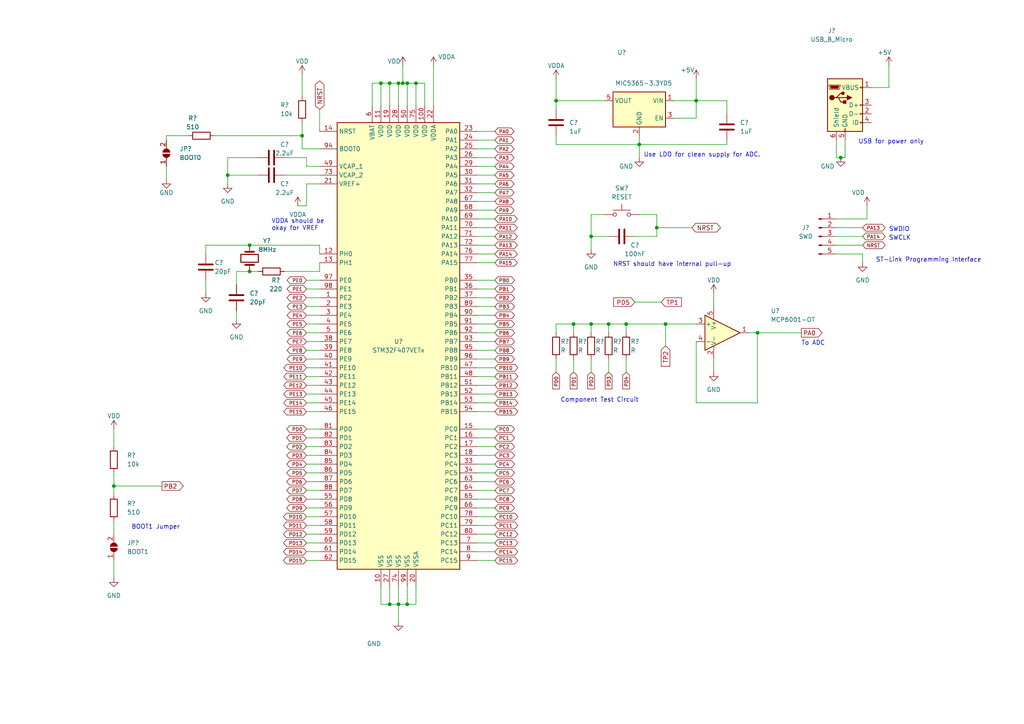
<source format=kicad_sch>
(kicad_sch (version 20210621) (generator eeschema)
  (paper "A4")
  (lib_symbols
    (symbol "Amplifier_Operational:MCP6001-OT" (pin_names (offset 0.127))
      (property "Reference" "U" (at -1.27 6.35 0))
      (property "Value" "MCP6001-OT" (at -1.27 3.81 0))
      (symbol "MCP6001-OT_0_1"
        (polyline (pts (xy -5.08 5.08) (xy 5.08 0) (xy -5.08 -5.08) (xy -5.08 5.08)) (stroke (width 0.254)) (fill (type background)))
        (pin power_in line (at -2.54 -7.62 90) (length 3.81) (name "V-") (number "2"))
        (pin power_in line (at -2.54 7.62 270) (length 3.81) (name "V+") (number "5"))
      )
      (symbol "MCP6001-OT_1_1"
        (pin output line (at 7.62 0 180) (length 2.54) (name "~") (number "1"))
        (pin input line (at -7.62 2.54 0) (length 2.54) (name "+") (number "3"))
        (pin input line (at -7.62 -2.54 0) (length 2.54) (name "-") (number "4"))
      )
    )
    (symbol "Connector:Conn_01x05_Male" (pin_names (offset 1.016) hide)
      (property "Reference" "J" (at 0 7.62 0))
      (property "Value" "Conn_01x05_Male" (at 0 -7.62 0))
      (symbol "Conn_01x05_Male_1_1"
        (polyline (pts (xy 1.27 -5.08) (xy 0.8636 -5.08)) (stroke (width 0.1524)))
        (polyline (pts (xy 1.27 -2.54) (xy 0.8636 -2.54)) (stroke (width 0.1524)))
        (polyline (pts (xy 1.27 0) (xy 0.8636 0)) (stroke (width 0.1524)))
        (polyline (pts (xy 1.27 2.54) (xy 0.8636 2.54)) (stroke (width 0.1524)))
        (polyline (pts (xy 1.27 5.08) (xy 0.8636 5.08)) (stroke (width 0.1524)))
        (rectangle (start 0.8636 -4.953) (end 0 -5.207) (stroke (width 0.1524)) (fill (type outline)))
        (rectangle (start 0.8636 -2.413) (end 0 -2.667) (stroke (width 0.1524)) (fill (type outline)))
        (rectangle (start 0.8636 0.127) (end 0 -0.127) (stroke (width 0.1524)) (fill (type outline)))
        (rectangle (start 0.8636 2.667) (end 0 2.413) (stroke (width 0.1524)) (fill (type outline)))
        (rectangle (start 0.8636 5.207) (end 0 4.953) (stroke (width 0.1524)) (fill (type outline)))
        (pin passive line (at 5.08 5.08 180) (length 3.81) (name "Pin_1") (number "1"))
        (pin passive line (at 5.08 2.54 180) (length 3.81) (name "Pin_2") (number "2"))
        (pin passive line (at 5.08 0 180) (length 3.81) (name "Pin_3") (number "3"))
        (pin passive line (at 5.08 -2.54 180) (length 3.81) (name "Pin_4") (number "4"))
        (pin passive line (at 5.08 -5.08 180) (length 3.81) (name "Pin_5") (number "5"))
      )
    )
    (symbol "Connector:USB_B_Micro" (pin_names (offset 1.016))
      (property "Reference" "J" (at -5.08 11.43 0))
      (property "Value" "USB_B_Micro" (at -5.08 8.89 0))
      (symbol "USB_B_Micro_0_1"
        (rectangle (start -5.08 -7.62) (end 5.08 7.62) (stroke (width 0.254)) (fill (type background)))
        (circle (center -3.81 2.159) (radius 0.635) (stroke (width 0.254)) (fill (type outline)))
        (circle (center -0.635 3.429) (radius 0.381) (stroke (width 0.254)) (fill (type outline)))
        (rectangle (start -0.127 -7.62) (end 0.127 -6.858))
        (polyline (pts (xy -1.905 2.159) (xy 0.635 2.159)) (stroke (width 0.254)))
        (polyline (pts (xy -3.175 2.159) (xy -2.54 2.159) (xy -1.27 3.429) (xy -0.635 3.429)) (stroke (width 0.254)))
        (polyline (pts (xy -2.54 2.159) (xy -1.905 2.159) (xy -1.27 0.889) (xy 0 0.889)) (stroke (width 0.254)))
        (polyline (pts (xy 0.635 2.794) (xy 0.635 1.524) (xy 1.905 2.159) (xy 0.635 2.794)) (stroke (width 0.254)) (fill (type outline)))
        (polyline (pts (xy -4.318 5.588) (xy -1.778 5.588) (xy -2.032 4.826) (xy -4.064 4.826) (xy -4.318 5.588)) (fill (type outline)))
        (polyline (pts (xy -4.699 5.842) (xy -4.699 5.588) (xy -4.445 4.826) (xy -4.445 4.572) (xy -1.651 4.572) (xy -1.651 4.826) (xy -1.397 5.588) (xy -1.397 5.842) (xy -4.699 5.842)))
        (rectangle (start 0.254 1.27) (end -0.508 0.508) (stroke (width 0.254)) (fill (type outline)))
        (rectangle (start 5.08 -5.207) (end 4.318 -4.953))
        (rectangle (start 5.08 -2.667) (end 4.318 -2.413))
        (rectangle (start 5.08 -0.127) (end 4.318 0.127))
        (rectangle (start 5.08 4.953) (end 4.318 5.207))
      )
      (symbol "USB_B_Micro_1_1"
        (pin power_out line (at 7.62 5.08 180) (length 2.54) (name "VBUS") (number "1"))
        (pin bidirectional line (at 7.62 -2.54 180) (length 2.54) (name "D-") (number "2"))
        (pin bidirectional line (at 7.62 0 180) (length 2.54) (name "D+") (number "3"))
        (pin passive line (at 7.62 -5.08 180) (length 2.54) (name "ID") (number "4"))
        (pin power_out line (at 0 -10.16 90) (length 2.54) (name "GND") (number "5"))
        (pin passive line (at -2.54 -10.16 90) (length 2.54) (name "Shield") (number "6"))
      )
    )
    (symbol "Device:C" (pin_numbers hide) (pin_names (offset 0.254))
      (property "Reference" "C" (at 0.635 2.54 0))
      (property "Value" "C" (at 0.635 -2.54 0))
      (symbol "C_0_1"
        (polyline (pts (xy -2.032 -0.762) (xy 2.032 -0.762)) (stroke (width 0.508)))
        (polyline (pts (xy -2.032 0.762) (xy 2.032 0.762)) (stroke (width 0.508)))
      )
      (symbol "C_1_1"
        (pin passive line (at 0 3.81 270) (length 2.794) (name "~") (number "1"))
        (pin passive line (at 0 -3.81 90) (length 2.794) (name "~") (number "2"))
      )
    )
    (symbol "Device:Crystal" (pin_numbers hide) (pin_names (offset 1.016) hide)
      (property "Reference" "Y" (at 0 3.81 0))
      (property "Value" "Crystal" (at 0 -3.81 0))
      (symbol "Crystal_0_1"
        (rectangle (start -1.143 2.54) (end 1.143 -2.54) (stroke (width 0.3048)))
        (polyline (pts (xy -2.54 0) (xy -1.905 0)))
        (polyline (pts (xy -1.905 -1.27) (xy -1.905 1.27)) (stroke (width 0.508)))
        (polyline (pts (xy 1.905 -1.27) (xy 1.905 1.27)) (stroke (width 0.508)))
        (polyline (pts (xy 2.54 0) (xy 1.905 0)))
      )
      (symbol "Crystal_1_1"
        (pin passive line (at -3.81 0 0) (length 1.27) (name "1") (number "1"))
        (pin passive line (at 3.81 0 180) (length 1.27) (name "2") (number "2"))
      )
    )
    (symbol "Device:R" (pin_numbers hide) (pin_names (offset 0))
      (property "Reference" "R" (at 2.032 0 90))
      (property "Value" "R" (at 0 0 90))
      (symbol "R_0_1"
        (rectangle (start -1.016 -2.54) (end 1.016 2.54) (stroke (width 0.254)))
      )
      (symbol "R_1_1"
        (pin passive line (at 0 3.81 270) (length 1.27) (name "~") (number "1"))
        (pin passive line (at 0 -3.81 90) (length 1.27) (name "~") (number "2"))
      )
    )
    (symbol "Jumper:SolderJumper_2_Open" (pin_names (offset 0) hide)
      (property "Reference" "JP" (at 0 2.032 0))
      (property "Value" "SolderJumper_2_Open" (at 0 -2.54 0))
      (symbol "SolderJumper_2_Open_0_1"
        (arc (start -0.254 1.016) (mid -1.27 0) (end -0.254 -1.016))
        (arc (start -0.254 1.016) (mid -1.27 0) (end -0.254 -1.016) (fill (type outline)))
        (polyline (pts (xy -0.254 1.016) (xy -0.254 -1.016)))
        (polyline (pts (xy 0.254 1.016) (xy 0.254 -1.016)))
        (arc (start 0.254 -1.016) (mid 1.27 0) (end 0.254 1.016))
        (arc (start 0.254 -1.016) (mid 1.27 0) (end 0.254 1.016) (fill (type outline)))
      )
      (symbol "SolderJumper_2_Open_1_1"
        (pin passive line (at -3.81 0 0) (length 2.54) (name "A") (number "1"))
        (pin passive line (at 3.81 0 180) (length 2.54) (name "B") (number "2"))
      )
    )
    (symbol "MCU_ST_STM32F4:STM32F407VETx"
      (property "Reference" "U" (at -17.78 64.77 0))
      (property "Value" "STM32F407VETx" (at 12.7 64.77 0))
      (symbol "STM32F407VETx_0_1"
        (rectangle (start -17.78 -66.04) (end 17.78 63.5) (stroke (width 0.254)) (fill (type background)))
      )
      (symbol "STM32F407VETx_1_1"
        (pin bidirectional line (at -22.86 12.7 0) (length 5.08) (name "PE2") (number "1"))
        (pin power_in line (at -5.08 -71.12 90) (length 5.08) (name "VSS") (number "10"))
        (pin power_in line (at 7.62 68.58 270) (length 5.08) (name "VDD") (number "100"))
        (pin power_in line (at -5.08 68.58 270) (length 5.08) (name "VDD") (number "11"))
        (pin input line (at -22.86 25.4 0) (length 5.08) (name "PH0") (number "12"))
        (pin input line (at -22.86 22.86 0) (length 5.08) (name "PH1") (number "13"))
        (pin input line (at -22.86 60.96 0) (length 5.08) (name "NRST") (number "14"))
        (pin bidirectional line (at 22.86 -25.4 180) (length 5.08) (name "PC0") (number "15"))
        (pin bidirectional line (at 22.86 -27.94 180) (length 5.08) (name "PC1") (number "16"))
        (pin bidirectional line (at 22.86 -30.48 180) (length 5.08) (name "PC2") (number "17"))
        (pin bidirectional line (at 22.86 -33.02 180) (length 5.08) (name "PC3") (number "18"))
        (pin power_in line (at -2.54 68.58 270) (length 5.08) (name "VDD") (number "19"))
        (pin bidirectional line (at -22.86 10.16 0) (length 5.08) (name "PE3") (number "2"))
        (pin power_in line (at 5.08 -71.12 90) (length 5.08) (name "VSSA") (number "20"))
        (pin power_in line (at -22.86 45.72 0) (length 5.08) (name "VREF+") (number "21"))
        (pin power_in line (at 10.16 68.58 270) (length 5.08) (name "VDDA") (number "22"))
        (pin bidirectional line (at 22.86 60.96 180) (length 5.08) (name "PA0") (number "23"))
        (pin bidirectional line (at 22.86 58.42 180) (length 5.08) (name "PA1") (number "24"))
        (pin bidirectional line (at 22.86 55.88 180) (length 5.08) (name "PA2") (number "25"))
        (pin bidirectional line (at 22.86 53.34 180) (length 5.08) (name "PA3") (number "26"))
        (pin power_in line (at -2.54 -71.12 90) (length 5.08) (name "VSS") (number "27"))
        (pin power_in line (at 0 68.58 270) (length 5.08) (name "VDD") (number "28"))
        (pin bidirectional line (at 22.86 50.8 180) (length 5.08) (name "PA4") (number "29"))
        (pin bidirectional line (at -22.86 7.62 0) (length 5.08) (name "PE4") (number "3"))
        (pin bidirectional line (at 22.86 48.26 180) (length 5.08) (name "PA5") (number "30"))
        (pin bidirectional line (at 22.86 45.72 180) (length 5.08) (name "PA6") (number "31"))
        (pin bidirectional line (at 22.86 43.18 180) (length 5.08) (name "PA7") (number "32"))
        (pin bidirectional line (at 22.86 -35.56 180) (length 5.08) (name "PC4") (number "33"))
        (pin bidirectional line (at 22.86 -38.1 180) (length 5.08) (name "PC5") (number "34"))
        (pin bidirectional line (at 22.86 17.78 180) (length 5.08) (name "PB0") (number "35"))
        (pin bidirectional line (at 22.86 15.24 180) (length 5.08) (name "PB1") (number "36"))
        (pin bidirectional line (at 22.86 12.7 180) (length 5.08) (name "PB2") (number "37"))
        (pin bidirectional line (at -22.86 0 0) (length 5.08) (name "PE7") (number "38"))
        (pin bidirectional line (at -22.86 -2.54 0) (length 5.08) (name "PE8") (number "39"))
        (pin bidirectional line (at -22.86 5.08 0) (length 5.08) (name "PE5") (number "4"))
        (pin bidirectional line (at -22.86 -5.08 0) (length 5.08) (name "PE9") (number "40"))
        (pin bidirectional line (at -22.86 -7.62 0) (length 5.08) (name "PE10") (number "41"))
        (pin bidirectional line (at -22.86 -10.16 0) (length 5.08) (name "PE11") (number "42"))
        (pin bidirectional line (at -22.86 -12.7 0) (length 5.08) (name "PE12") (number "43"))
        (pin bidirectional line (at -22.86 -15.24 0) (length 5.08) (name "PE13") (number "44"))
        (pin bidirectional line (at -22.86 -17.78 0) (length 5.08) (name "PE14") (number "45"))
        (pin bidirectional line (at -22.86 -20.32 0) (length 5.08) (name "PE15") (number "46"))
        (pin bidirectional line (at 22.86 -7.62 180) (length 5.08) (name "PB10") (number "47"))
        (pin bidirectional line (at 22.86 -10.16 180) (length 5.08) (name "PB11") (number "48"))
        (pin power_in line (at -22.86 50.8 0) (length 5.08) (name "VCAP_1") (number "49"))
        (pin bidirectional line (at -22.86 2.54 0) (length 5.08) (name "PE6") (number "5"))
        (pin power_in line (at 2.54 68.58 270) (length 5.08) (name "VDD") (number "50"))
        (pin bidirectional line (at 22.86 -12.7 180) (length 5.08) (name "PB12") (number "51"))
        (pin bidirectional line (at 22.86 -15.24 180) (length 5.08) (name "PB13") (number "52"))
        (pin bidirectional line (at 22.86 -17.78 180) (length 5.08) (name "PB14") (number "53"))
        (pin bidirectional line (at 22.86 -20.32 180) (length 5.08) (name "PB15") (number "54"))
        (pin bidirectional line (at -22.86 -45.72 0) (length 5.08) (name "PD8") (number "55"))
        (pin bidirectional line (at -22.86 -48.26 0) (length 5.08) (name "PD9") (number "56"))
        (pin bidirectional line (at -22.86 -50.8 0) (length 5.08) (name "PD10") (number "57"))
        (pin bidirectional line (at -22.86 -53.34 0) (length 5.08) (name "PD11") (number "58"))
        (pin bidirectional line (at -22.86 -55.88 0) (length 5.08) (name "PD12") (number "59"))
        (pin power_in line (at -7.62 68.58 270) (length 5.08) (name "VBAT") (number "6"))
        (pin bidirectional line (at -22.86 -58.42 0) (length 5.08) (name "PD13") (number "60"))
        (pin bidirectional line (at -22.86 -60.96 0) (length 5.08) (name "PD14") (number "61"))
        (pin bidirectional line (at -22.86 -63.5 0) (length 5.08) (name "PD15") (number "62"))
        (pin bidirectional line (at 22.86 -40.64 180) (length 5.08) (name "PC6") (number "63"))
        (pin bidirectional line (at 22.86 -43.18 180) (length 5.08) (name "PC7") (number "64"))
        (pin bidirectional line (at 22.86 -45.72 180) (length 5.08) (name "PC8") (number "65"))
        (pin bidirectional line (at 22.86 -48.26 180) (length 5.08) (name "PC9") (number "66"))
        (pin bidirectional line (at 22.86 40.64 180) (length 5.08) (name "PA8") (number "67"))
        (pin bidirectional line (at 22.86 38.1 180) (length 5.08) (name "PA9") (number "68"))
        (pin bidirectional line (at 22.86 35.56 180) (length 5.08) (name "PA10") (number "69"))
        (pin bidirectional line (at 22.86 -58.42 180) (length 5.08) (name "PC13") (number "7"))
        (pin bidirectional line (at 22.86 33.02 180) (length 5.08) (name "PA11") (number "70"))
        (pin bidirectional line (at 22.86 30.48 180) (length 5.08) (name "PA12") (number "71"))
        (pin bidirectional line (at 22.86 27.94 180) (length 5.08) (name "PA13") (number "72"))
        (pin power_in line (at -22.86 48.26 0) (length 5.08) (name "VCAP_2") (number "73"))
        (pin power_in line (at 0 -71.12 90) (length 5.08) (name "VSS") (number "74"))
        (pin power_in line (at 5.08 68.58 270) (length 5.08) (name "VDD") (number "75"))
        (pin bidirectional line (at 22.86 25.4 180) (length 5.08) (name "PA14") (number "76"))
        (pin bidirectional line (at 22.86 22.86 180) (length 5.08) (name "PA15") (number "77"))
        (pin bidirectional line (at 22.86 -50.8 180) (length 5.08) (name "PC10") (number "78"))
        (pin bidirectional line (at 22.86 -53.34 180) (length 5.08) (name "PC11") (number "79"))
        (pin bidirectional line (at 22.86 -60.96 180) (length 5.08) (name "PC14") (number "8"))
        (pin bidirectional line (at 22.86 -55.88 180) (length 5.08) (name "PC12") (number "80"))
        (pin bidirectional line (at -22.86 -25.4 0) (length 5.08) (name "PD0") (number "81"))
        (pin bidirectional line (at -22.86 -27.94 0) (length 5.08) (name "PD1") (number "82"))
        (pin bidirectional line (at -22.86 -30.48 0) (length 5.08) (name "PD2") (number "83"))
        (pin bidirectional line (at -22.86 -33.02 0) (length 5.08) (name "PD3") (number "84"))
        (pin bidirectional line (at -22.86 -35.56 0) (length 5.08) (name "PD4") (number "85"))
        (pin bidirectional line (at -22.86 -38.1 0) (length 5.08) (name "PD5") (number "86"))
        (pin bidirectional line (at -22.86 -40.64 0) (length 5.08) (name "PD6") (number "87"))
        (pin bidirectional line (at -22.86 -43.18 0) (length 5.08) (name "PD7") (number "88"))
        (pin bidirectional line (at 22.86 10.16 180) (length 5.08) (name "PB3") (number "89"))
        (pin bidirectional line (at 22.86 -63.5 180) (length 5.08) (name "PC15") (number "9"))
        (pin bidirectional line (at 22.86 7.62 180) (length 5.08) (name "PB4") (number "90"))
        (pin bidirectional line (at 22.86 5.08 180) (length 5.08) (name "PB5") (number "91"))
        (pin bidirectional line (at 22.86 2.54 180) (length 5.08) (name "PB6") (number "92"))
        (pin bidirectional line (at 22.86 0 180) (length 5.08) (name "PB7") (number "93"))
        (pin input line (at -22.86 55.88 0) (length 5.08) (name "BOOT0") (number "94"))
        (pin bidirectional line (at 22.86 -2.54 180) (length 5.08) (name "PB8") (number "95"))
        (pin bidirectional line (at 22.86 -5.08 180) (length 5.08) (name "PB9") (number "96"))
        (pin bidirectional line (at -22.86 17.78 0) (length 5.08) (name "PE0") (number "97"))
        (pin bidirectional line (at -22.86 15.24 0) (length 5.08) (name "PE1") (number "98"))
        (pin power_in line (at 2.54 -71.12 90) (length 5.08) (name "VSS") (number "99"))
      )
    )
    (symbol "Regulator_Linear:MIC5365-3.3YD5"
      (property "Reference" "U" (at -7.62 6.35 0))
      (property "Value" "MIC5365-3.3YD5" (at 0 6.35 0))
      (symbol "MIC5365-3.3YD5_0_1"
        (rectangle (start -7.62 -5.08) (end 7.62 5.08) (stroke (width 0.254)) (fill (type background)))
      )
      (symbol "MIC5365-3.3YD5_1_1"
        (pin power_in line (at -10.16 2.54 0) (length 2.54) (name "VIN") (number "1"))
        (pin power_in line (at 0 -7.62 90) (length 2.54) (name "GND") (number "2"))
        (pin input line (at -10.16 -2.54 0) (length 2.54) (name "EN") (number "3"))
        (pin no_connect line (at 7.62 -2.54 180) (length 2.54) hide (name "NC") (number "4"))
        (pin power_out line (at 10.16 2.54 180) (length 2.54) (name "VOUT") (number "5"))
      )
    )
    (symbol "Switch:SW_Push" (pin_numbers hide) (pin_names (offset 1.016) hide)
      (property "Reference" "SW" (at 1.27 2.54 0))
      (property "Value" "SW_Push" (at 0 -1.524 0))
      (symbol "SW_Push_0_1"
        (circle (center -2.032 0) (radius 0.508))
        (polyline (pts (xy 0 1.27) (xy 0 3.048)))
        (polyline (pts (xy 2.54 1.27) (xy -2.54 1.27)))
        (circle (center 2.032 0) (radius 0.508))
        (pin passive line (at -5.08 0 0) (length 2.54) (name "1") (number "1"))
        (pin passive line (at 5.08 0 180) (length 2.54) (name "2") (number "2"))
      )
    )
    (symbol "power:+5V" (power) (pin_names (offset 0))
      (property "Value" "+5V" (at 0 3.556 0))
      (symbol "+5V_0_1"
        (polyline (pts (xy -0.762 1.27) (xy 0 2.54)))
        (polyline (pts (xy 0 0) (xy 0 2.54)))
        (polyline (pts (xy 0 2.54) (xy 0.762 1.27)))
      )
      (symbol "+5V_1_1"
        (pin power_in line (at 0 0 90) (length 0) hide (name "+5V") (number "1"))
      )
    )
    (symbol "power:GND" (power) (pin_names (offset 0))
      (property "Value" "GND" (at 0 -3.81 0))
      (symbol "GND_0_1"
        (polyline (pts (xy 0 0) (xy 0 -1.27) (xy 1.27 -1.27) (xy 0 -2.54) (xy -1.27 -1.27) (xy 0 -1.27)))
      )
      (symbol "GND_1_1"
        (pin power_in line (at 0 0 270) (length 0) hide (name "GND") (number "1"))
      )
    )
    (symbol "power:VDD" (power) (pin_names (offset 0))
      (property "Value" "VDD" (at 0 3.81 0))
      (symbol "VDD_0_1"
        (polyline (pts (xy -0.762 1.27) (xy 0 2.54)))
        (polyline (pts (xy 0 0) (xy 0 2.54)))
        (polyline (pts (xy 0 2.54) (xy 0.762 1.27)))
      )
      (symbol "VDD_1_1"
        (pin power_in line (at 0 0 90) (length 0) hide (name "VDD") (number "1"))
      )
    )
    (symbol "power:VDDA" (power) (pin_names (offset 0))
      (property "Value" "VDDA" (at 0 3.81 0))
      (symbol "VDDA_0_1"
        (polyline (pts (xy -0.762 1.27) (xy 0 2.54)))
        (polyline (pts (xy 0 0) (xy 0 2.54)))
        (polyline (pts (xy 0 2.54) (xy 0.762 1.27)))
      )
      (symbol "VDDA_1_1"
        (pin power_in line (at 0 0 90) (length 0) hide (name "VDDA") (number "1"))
      )
    )
  )
  (junction (at 120.65 24.13))
  (junction (at 176.53 93.98))
  (junction (at 171.45 68.58))
  (junction (at 219.71 96.52))
  (junction (at 161.29 29.21))
  (junction (at 193.04 93.98))
  (junction (at 185.42 41.91))
  (junction (at 171.45 93.98))
  (junction (at 116.84 24.13))
  (junction (at 118.11 175.26))
  (junction (at 72.39 71.12))
  (junction (at 113.03 175.26))
  (junction (at 201.93 29.21))
  (junction (at 115.57 24.13))
  (junction (at 115.57 175.26))
  (junction (at 118.11 24.13))
  (junction (at 166.37 93.98))
  (junction (at 72.39 78.74))
  (junction (at 243.84 45.72))
  (junction (at 190.5 66.04))
  (junction (at 110.49 24.13))
  (junction (at 113.03 24.13))
  (junction (at 181.61 93.98))
  (junction (at 87.63 39.37))
  (junction (at 66.04 50.8))
  (junction (at 33.02 140.97))
  (wire (pts (xy 74.93 50.8) (xy 66.04 50.8)))
  (wire (pts (xy 66.04 50.8) (xy 66.04 53.34)))
  (wire (pts (xy 116.84 24.13) (xy 116.84 19.05)))
  (wire (pts (xy 110.49 30.48) (xy 110.49 24.13)))
  (wire (pts (xy 190.5 66.04) (xy 200.66 66.04)))
  (wire (pts (xy 59.69 71.12) (xy 59.69 73.66)))
  (wire (pts (xy 72.39 71.12) (xy 59.69 71.12)))
  (wire (pts (xy 138.43 119.38) (xy 143.51 119.38)))
  (wire (pts (xy 245.11 40.64) (xy 245.11 45.72)))
  (wire (pts (xy 245.11 45.72) (xy 243.84 45.72)))
  (wire (pts (xy 72.39 78.74) (xy 68.58 78.74)))
  (wire (pts (xy 68.58 78.74) (xy 68.58 82.55)))
  (wire (pts (xy 88.9 86.36) (xy 92.71 86.36)))
  (wire (pts (xy 115.57 175.26) (xy 115.57 180.34)))
  (wire (pts (xy 171.45 104.14) (xy 171.45 107.95)))
  (wire (pts (xy 88.9 162.56) (xy 92.71 162.56)))
  (wire (pts (xy 138.43 114.3) (xy 143.51 114.3)))
  (wire (pts (xy 138.43 137.16) (xy 143.51 137.16)))
  (wire (pts (xy 125.73 19.05) (xy 125.73 30.48)))
  (wire (pts (xy 175.26 29.21) (xy 161.29 29.21)))
  (wire (pts (xy 33.02 140.97) (xy 46.99 140.97)))
  (wire (pts (xy 88.9 83.82) (xy 92.71 83.82)))
  (wire (pts (xy 138.43 127) (xy 143.51 127)))
  (wire (pts (xy 88.9 124.46) (xy 92.71 124.46)))
  (wire (pts (xy 88.9 132.08) (xy 92.71 132.08)))
  (wire (pts (xy 33.02 151.13) (xy 33.02 154.94)))
  (wire (pts (xy 88.9 104.14) (xy 92.71 104.14)))
  (wire (pts (xy 181.61 96.52) (xy 181.61 93.98)))
  (wire (pts (xy 59.69 81.28) (xy 59.69 85.09)))
  (wire (pts (xy 138.43 160.02) (xy 143.51 160.02)))
  (wire (pts (xy 176.53 68.58) (xy 171.45 68.58)))
  (wire (pts (xy 171.45 68.58) (xy 171.45 72.39)))
  (wire (pts (xy 138.43 86.36) (xy 143.51 86.36)))
  (wire (pts (xy 74.93 45.72) (xy 66.04 45.72)))
  (wire (pts (xy 66.04 45.72) (xy 66.04 50.8)))
  (wire (pts (xy 138.43 104.14) (xy 143.51 104.14)))
  (wire (pts (xy 195.58 34.29) (xy 201.93 34.29)))
  (wire (pts (xy 201.93 34.29) (xy 201.93 29.21)))
  (wire (pts (xy 120.65 24.13) (xy 120.65 30.48)))
  (wire (pts (xy 82.55 50.8) (xy 92.71 50.8)))
  (wire (pts (xy 88.9 48.26) (xy 88.9 45.72)))
  (wire (pts (xy 88.9 45.72) (xy 82.55 45.72)))
  (wire (pts (xy 92.71 48.26) (xy 88.9 48.26)))
  (wire (pts (xy 110.49 170.18) (xy 110.49 175.26)))
  (wire (pts (xy 118.11 175.26) (xy 120.65 175.26)))
  (wire (pts (xy 120.65 170.18) (xy 120.65 175.26)))
  (wire (pts (xy 110.49 175.26) (xy 113.03 175.26)))
  (wire (pts (xy 113.03 175.26) (xy 115.57 175.26)))
  (wire (pts (xy 115.57 175.26) (xy 118.11 175.26)))
  (wire (pts (xy 219.71 96.52) (xy 232.41 96.52)))
  (wire (pts (xy 72.39 71.12) (xy 92.71 71.12)))
  (wire (pts (xy 92.71 71.12) (xy 92.71 73.66)))
  (wire (pts (xy 88.9 152.4) (xy 92.71 152.4)))
  (wire (pts (xy 201.93 99.06) (xy 201.93 116.84)))
  (wire (pts (xy 201.93 116.84) (xy 219.71 116.84)))
  (wire (pts (xy 219.71 116.84) (xy 219.71 96.52)))
  (wire (pts (xy 219.71 96.52) (xy 217.17 96.52)))
  (wire (pts (xy 72.39 78.74) (xy 74.93 78.74)))
  (wire (pts (xy 161.29 96.52) (xy 161.29 93.98)))
  (wire (pts (xy 166.37 93.98) (xy 171.45 93.98)))
  (wire (pts (xy 171.45 93.98) (xy 176.53 93.98)))
  (wire (pts (xy 161.29 93.98) (xy 166.37 93.98)))
  (wire (pts (xy 87.63 39.37) (xy 62.23 39.37)))
  (wire (pts (xy 92.71 43.18) (xy 87.63 43.18)))
  (wire (pts (xy 87.63 43.18) (xy 87.63 39.37)))
  (wire (pts (xy 68.58 90.17) (xy 68.58 92.71)))
  (wire (pts (xy 87.63 35.56) (xy 87.63 39.37)))
  (wire (pts (xy 88.9 119.38) (xy 92.71 119.38)))
  (wire (pts (xy 87.63 21.59) (xy 87.63 27.94)))
  (wire (pts (xy 118.11 24.13) (xy 118.11 30.48)))
  (wire (pts (xy 88.9 139.7) (xy 92.71 139.7)))
  (wire (pts (xy 242.57 68.58) (xy 250.19 68.58)))
  (wire (pts (xy 138.43 109.22) (xy 143.51 109.22)))
  (wire (pts (xy 201.93 29.21) (xy 210.82 29.21)))
  (wire (pts (xy 88.9 144.78) (xy 92.71 144.78)))
  (wire (pts (xy 166.37 93.98) (xy 166.37 96.52)))
  (wire (pts (xy 175.26 62.23) (xy 171.45 62.23)))
  (wire (pts (xy 171.45 62.23) (xy 171.45 68.58)))
  (wire (pts (xy 33.02 124.46) (xy 33.02 129.54)))
  (wire (pts (xy 88.9 114.3) (xy 92.71 114.3)))
  (wire (pts (xy 161.29 29.21) (xy 161.29 31.75)))
  (wire (pts (xy 115.57 24.13) (xy 115.57 30.48)))
  (wire (pts (xy 118.11 170.18) (xy 118.11 175.26)))
  (wire (pts (xy 138.43 88.9) (xy 143.51 88.9)))
  (wire (pts (xy 138.43 149.86) (xy 143.51 149.86)))
  (wire (pts (xy 113.03 24.13) (xy 113.03 30.48)))
  (wire (pts (xy 190.5 66.04) (xy 190.5 62.23)))
  (wire (pts (xy 184.15 68.58) (xy 190.5 68.58)))
  (wire (pts (xy 190.5 68.58) (xy 190.5 66.04)))
  (wire (pts (xy 54.61 39.37) (xy 48.26 39.37)))
  (wire (pts (xy 48.26 39.37) (xy 48.26 40.64)))
  (wire (pts (xy 138.43 124.46) (xy 143.51 124.46)))
  (wire (pts (xy 201.93 22.86) (xy 201.93 29.21)))
  (wire (pts (xy 201.93 29.21) (xy 195.58 29.21)))
  (wire (pts (xy 138.43 66.04) (xy 143.51 66.04)))
  (wire (pts (xy 88.9 96.52) (xy 92.71 96.52)))
  (wire (pts (xy 176.53 104.14) (xy 176.53 107.95)))
  (wire (pts (xy 138.43 147.32) (xy 143.51 147.32)))
  (wire (pts (xy 113.03 170.18) (xy 113.03 175.26)))
  (wire (pts (xy 171.45 93.98) (xy 171.45 96.52)))
  (wire (pts (xy 88.9 137.16) (xy 92.71 137.16)))
  (wire (pts (xy 251.46 63.5) (xy 251.46 59.69)))
  (wire (pts (xy 242.57 63.5) (xy 251.46 63.5)))
  (wire (pts (xy 138.43 152.4) (xy 143.51 152.4)))
  (wire (pts (xy 138.43 63.5) (xy 143.51 63.5)))
  (wire (pts (xy 161.29 104.14) (xy 161.29 107.95)))
  (wire (pts (xy 161.29 39.37) (xy 161.29 41.91)))
  (wire (pts (xy 161.29 41.91) (xy 185.42 41.91)))
  (wire (pts (xy 185.42 41.91) (xy 185.42 39.37)))
  (wire (pts (xy 138.43 71.12) (xy 143.51 71.12)))
  (wire (pts (xy 138.43 53.34) (xy 143.51 53.34)))
  (wire (pts (xy 176.53 96.52) (xy 176.53 93.98)))
  (wire (pts (xy 176.53 93.98) (xy 181.61 93.98)))
  (wire (pts (xy 33.02 137.16) (xy 33.02 140.97)))
  (wire (pts (xy 33.02 140.97) (xy 33.02 143.51)))
  (wire (pts (xy 207.01 85.09) (xy 207.01 88.9)))
  (wire (pts (xy 138.43 142.24) (xy 143.51 142.24)))
  (wire (pts (xy 88.9 109.22) (xy 92.71 109.22)))
  (wire (pts (xy 138.43 38.1) (xy 143.51 38.1)))
  (wire (pts (xy 185.42 62.23) (xy 190.5 62.23)))
  (wire (pts (xy 181.61 93.98) (xy 193.04 93.98)))
  (wire (pts (xy 193.04 93.98) (xy 201.93 93.98)))
  (wire (pts (xy 138.43 55.88) (xy 143.51 55.88)))
  (wire (pts (xy 242.57 73.66) (xy 250.19 73.66)))
  (wire (pts (xy 250.19 73.66) (xy 250.19 76.2)))
  (wire (pts (xy 184.15 87.63) (xy 191.77 87.63)))
  (wire (pts (xy 138.43 58.42) (xy 143.51 58.42)))
  (wire (pts (xy 138.43 154.94) (xy 143.51 154.94)))
  (wire (pts (xy 138.43 139.7) (xy 143.51 139.7)))
  (wire (pts (xy 138.43 157.48) (xy 143.51 157.48)))
  (wire (pts (xy 88.9 149.86) (xy 92.71 149.86)))
  (wire (pts (xy 210.82 29.21) (xy 210.82 33.02)))
  (wire (pts (xy 88.9 99.06) (xy 92.71 99.06)))
  (wire (pts (xy 138.43 132.08) (xy 143.51 132.08)))
  (wire (pts (xy 242.57 66.04) (xy 250.19 66.04)))
  (wire (pts (xy 138.43 40.64) (xy 143.51 40.64)))
  (wire (pts (xy 88.9 134.62) (xy 92.71 134.62)))
  (wire (pts (xy 115.57 170.18) (xy 115.57 175.26)))
  (wire (pts (xy 138.43 45.72) (xy 143.51 45.72)))
  (wire (pts (xy 138.43 83.82) (xy 143.51 83.82)))
  (wire (pts (xy 138.43 43.18) (xy 143.51 43.18)))
  (wire (pts (xy 107.95 30.48) (xy 107.95 24.13)))
  (wire (pts (xy 107.95 24.13) (xy 110.49 24.13)))
  (wire (pts (xy 138.43 81.28) (xy 143.51 81.28)))
  (wire (pts (xy 88.9 111.76) (xy 92.71 111.76)))
  (wire (pts (xy 161.29 22.86) (xy 161.29 29.21)))
  (wire (pts (xy 48.26 48.26) (xy 48.26 52.07)))
  (wire (pts (xy 138.43 144.78) (xy 143.51 144.78)))
  (wire (pts (xy 138.43 48.26) (xy 143.51 48.26)))
  (wire (pts (xy 166.37 104.14) (xy 166.37 107.95)))
  (wire (pts (xy 138.43 96.52) (xy 143.51 96.52)))
  (wire (pts (xy 88.9 127) (xy 92.71 127)))
  (wire (pts (xy 88.9 129.54) (xy 92.71 129.54)))
  (wire (pts (xy 210.82 40.64) (xy 210.82 41.91)))
  (wire (pts (xy 185.42 41.91) (xy 210.82 41.91)))
  (wire (pts (xy 138.43 99.06) (xy 143.51 99.06)))
  (wire (pts (xy 88.9 91.44) (xy 92.71 91.44)))
  (wire (pts (xy 88.9 106.68) (xy 92.71 106.68)))
  (wire (pts (xy 88.9 116.84) (xy 92.71 116.84)))
  (wire (pts (xy 252.73 25.4) (xy 257.81 25.4)))
  (wire (pts (xy 257.81 25.4) (xy 257.81 19.05)))
  (wire (pts (xy 138.43 91.44) (xy 143.51 91.44)))
  (wire (pts (xy 138.43 134.62) (xy 143.51 134.62)))
  (wire (pts (xy 88.9 88.9) (xy 92.71 88.9)))
  (wire (pts (xy 92.71 76.2) (xy 92.71 78.74)))
  (wire (pts (xy 88.9 142.24) (xy 92.71 142.24)))
  (wire (pts (xy 138.43 162.56) (xy 143.51 162.56)))
  (wire (pts (xy 138.43 129.54) (xy 143.51 129.54)))
  (wire (pts (xy 138.43 116.84) (xy 143.51 116.84)))
  (wire (pts (xy 138.43 68.58) (xy 143.51 68.58)))
  (wire (pts (xy 138.43 101.6) (xy 143.51 101.6)))
  (wire (pts (xy 185.42 41.91) (xy 185.42 45.72)))
  (wire (pts (xy 33.02 162.56) (xy 33.02 167.64)))
  (wire (pts (xy 242.57 45.72) (xy 243.84 45.72)))
  (wire (pts (xy 242.57 40.64) (xy 242.57 45.72)))
  (wire (pts (xy 88.9 81.28) (xy 92.71 81.28)))
  (wire (pts (xy 242.57 71.12) (xy 250.19 71.12)))
  (wire (pts (xy 92.71 78.74) (xy 82.55 78.74)))
  (wire (pts (xy 88.9 147.32) (xy 92.71 147.32)))
  (wire (pts (xy 181.61 104.14) (xy 181.61 107.95)))
  (wire (pts (xy 88.9 101.6) (xy 92.71 101.6)))
  (wire (pts (xy 207.01 104.14) (xy 207.01 107.95)))
  (wire (pts (xy 120.65 24.13) (xy 118.11 24.13)))
  (wire (pts (xy 123.19 24.13) (xy 120.65 24.13)))
  (wire (pts (xy 123.19 30.48) (xy 123.19 24.13)))
  (wire (pts (xy 110.49 24.13) (xy 113.03 24.13)))
  (wire (pts (xy 113.03 24.13) (xy 115.57 24.13)))
  (wire (pts (xy 118.11 24.13) (xy 116.84 24.13)))
  (wire (pts (xy 115.57 24.13) (xy 116.84 24.13)))
  (wire (pts (xy 88.9 157.48) (xy 92.71 157.48)))
  (wire (pts (xy 138.43 60.96) (xy 143.51 60.96)))
  (wire (pts (xy 88.9 160.02) (xy 92.71 160.02)))
  (wire (pts (xy 138.43 111.76) (xy 143.51 111.76)))
  (wire (pts (xy 92.71 31.75) (xy 92.71 38.1)))
  (wire (pts (xy 193.04 93.98) (xy 193.04 100.33)))
  (wire (pts (xy 88.9 93.98) (xy 92.71 93.98)))
  (wire (pts (xy 138.43 76.2) (xy 143.51 76.2)))
  (wire (pts (xy 138.43 73.66) (xy 143.51 73.66)))
  (wire (pts (xy 92.71 53.34) (xy 88.9 53.34)))
  (wire (pts (xy 88.9 53.34) (xy 88.9 59.69)))
  (wire (pts (xy 86.36 59.69) (xy 88.9 59.69)))
  (wire (pts (xy 138.43 50.8) (xy 143.51 50.8)))
  (wire (pts (xy 138.43 93.98) (xy 143.51 93.98)))
  (wire (pts (xy 88.9 154.94) (xy 92.71 154.94)))
  (wire (pts (xy 138.43 106.68) (xy 143.51 106.68)))
  (text "SWDIO" (at 257.81 67.31 0) (effects (font (size 1.27 1.27)) (justify left bottom)))
  (text "Component Test Circuit" (at 162.56 116.84 0) (effects (font (size 1.27 1.27)) (justify left bottom)))
  (text "VDDA should be \nokay for VREF\n\n\n" (at 78.74 71.12 0) (effects (font (size 1.27 1.27)) (justify left bottom)))
  (text "ST-Link Programming Interface" (at 254 76.2 0) (effects (font (size 1.27 1.27)) (justify left bottom)))
  (text "To ADC" (at 232.41 100.33 0) (effects (font (size 1.27 1.27)) (justify left bottom)))
  (text "Use LDO for clean supply for ADC." (at 186.69 45.72 0) (effects (font (size 1.27 1.27)) (justify left bottom)))
  (text "SWCLK" (at 257.81 69.85 0) (effects (font (size 1.27 1.27)) (justify left bottom)))
  (text "USB for power only" (at 267.97 41.91 180) (effects (font (size 1.27 1.27)) (justify right bottom)))
  (text "NRST should have internal pull-up" (at 177.8 77.47 0) (effects (font (size 1.27 1.27)) (justify left bottom)))
  (text "BOOT1 Jumper" (at 38.1 153.67 0) (effects (font (size 1.27 1.27)) (justify left bottom)))
  (global_label "PE11" (shape bidirectional) (at 88.9 109.22 180) (effects (font (size 1 1))) (property "Intersheet References" "${INTERSHEET_REFS}" (effects hide)))
  (global_label "PB7" (shape bidirectional) (at 143.51 99.06 0) (effects (font (size 1 1))) (property "Intersheet References" "${INTERSHEET_REFS}" (effects hide)))
  (global_label "PA10" (shape bidirectional) (at 143.51 63.5 0) (effects (font (size 1 1))) (property "Intersheet References" "${INTERSHEET_REFS}" (effects hide)))
  (global_label "PD12" (shape bidirectional) (at 88.9 154.94 180) (effects (font (size 1 1))) (property "Intersheet References" "${INTERSHEET_REFS}" (effects hide)))
  (global_label "NRST" (shape bidirectional) (at 92.71 31.75 90) (property "Intersheet References" "${INTERSHEET_REFS}" (effects hide)))
  (global_label "PE12" (shape bidirectional) (at 88.9 111.76 180) (effects (font (size 1 1))) (property "Intersheet References" "${INTERSHEET_REFS}" (effects hide)))
  (global_label "PA13" (shape bidirectional) (at 143.51 71.12 0) (effects (font (size 1 1))) (property "Intersheet References" "${INTERSHEET_REFS}" (effects hide)))
  (global_label "PB8" (shape bidirectional) (at 143.51 101.6 0) (effects (font (size 1 1))) (property "Intersheet References" "${INTERSHEET_REFS}" (effects hide)))
  (global_label "PA15" (shape bidirectional) (at 143.51 76.2 0) (effects (font (size 1 1))) (property "Intersheet References" "${INTERSHEET_REFS}" (effects hide)))
  (global_label "PC1" (shape bidirectional) (at 143.51 127 0) (effects (font (size 1 1))) (property "Intersheet References" "${INTERSHEET_REFS}" (effects hide)))
  (global_label "PB13" (shape bidirectional) (at 143.51 114.3 0) (effects (font (size 1 1))) (property "Intersheet References" "${INTERSHEET_REFS}" (effects hide)))
  (global_label "PD9" (shape bidirectional) (at 88.9 147.32 180) (effects (font (size 1 1))) (property "Intersheet References" "${INTERSHEET_REFS}" (effects hide)))
  (global_label "PA8" (shape bidirectional) (at 143.51 58.42 0) (effects (font (size 1 1))) (property "Intersheet References" "${INTERSHEET_REFS}" (effects hide)))
  (global_label "PE6" (shape bidirectional) (at 88.9 96.52 180) (effects (font (size 1 1))) (property "Intersheet References" "${INTERSHEET_REFS}" (effects hide)))
  (global_label "PE15" (shape bidirectional) (at 88.9 119.38 180) (effects (font (size 1 1))) (property "Intersheet References" "${INTERSHEET_REFS}" (effects hide)))
  (global_label "PD6" (shape bidirectional) (at 88.9 139.7 180) (effects (font (size 1 1))) (property "Intersheet References" "${INTERSHEET_REFS}" (effects hide)))
  (global_label "PA0" (shape bidirectional) (at 143.51 38.1 0) (effects (font (size 1 1))) (property "Intersheet References" "${INTERSHEET_REFS}" (effects hide)))
  (global_label "PE4" (shape bidirectional) (at 88.9 91.44 180) (effects (font (size 1 1))) (property "Intersheet References" "${INTERSHEET_REFS}" (effects hide)))
  (global_label "TP2" (shape input) (at 193.04 100.33 270) (property "Intersheet References" "${INTERSHEET_REFS}" (effects hide)))
  (global_label "NRST" (shape bidirectional) (at 200.66 66.04 0) (property "Intersheet References" "${INTERSHEET_REFS}" (effects hide)))
  (global_label "PC4" (shape bidirectional) (at 143.51 134.62 0) (effects (font (size 1 1))) (property "Intersheet References" "${INTERSHEET_REFS}" (effects hide)))
  (global_label "PB1" (shape bidirectional) (at 143.51 83.82 0) (effects (font (size 1 1))) (property "Intersheet References" "${INTERSHEET_REFS}" (effects hide)))
  (global_label "PB5" (shape bidirectional) (at 143.51 93.98 0) (effects (font (size 1 1))) (property "Intersheet References" "${INTERSHEET_REFS}" (effects hide)))
  (global_label "PB0" (shape bidirectional) (at 143.51 81.28 0) (effects (font (size 1 1))) (property "Intersheet References" "${INTERSHEET_REFS}" (effects hide)))
  (global_label "PC11" (shape bidirectional) (at 143.51 152.4 0) (effects (font (size 1 1))) (property "Intersheet References" "${INTERSHEET_REFS}" (effects hide)))
  (global_label "PA0" (shape output) (at 232.41 96.52 0) (property "Intersheet References" "${INTERSHEET_REFS}" (effects hide)))
  (global_label "PD13" (shape bidirectional) (at 88.9 157.48 180) (effects (font (size 1 1))) (property "Intersheet References" "${INTERSHEET_REFS}" (effects hide)))
  (global_label "PA9" (shape bidirectional) (at 143.51 60.96 0) (effects (font (size 1 1))) (property "Intersheet References" "${INTERSHEET_REFS}" (effects hide)))
  (global_label "PB12" (shape bidirectional) (at 143.51 111.76 0) (effects (font (size 1 1))) (property "Intersheet References" "${INTERSHEET_REFS}" (effects hide)))
  (global_label "PD1" (shape input) (at 166.37 107.95 270) (effects (font (size 1 1))) (property "Intersheet References" "${INTERSHEET_REFS}" (effects hide)))
  (global_label "PD5" (shape bidirectional) (at 88.9 137.16 180) (effects (font (size 1 1))) (property "Intersheet References" "${INTERSHEET_REFS}" (effects hide)))
  (global_label "PC2" (shape bidirectional) (at 143.51 129.54 0) (effects (font (size 1 1))) (property "Intersheet References" "${INTERSHEET_REFS}" (effects hide)))
  (global_label "PE14" (shape bidirectional) (at 88.9 116.84 180) (effects (font (size 1 1))) (property "Intersheet References" "${INTERSHEET_REFS}" (effects hide)))
  (global_label "PD0" (shape input) (at 161.29 107.95 270) (effects (font (size 1 1))) (property "Intersheet References" "${INTERSHEET_REFS}" (effects hide)))
  (global_label "PA14" (shape bidirectional) (at 250.19 68.58 0) (effects (font (size 1 1))) (property "Intersheet References" "${INTERSHEET_REFS}" (effects hide)))
  (global_label "PD14" (shape bidirectional) (at 88.9 160.02 180) (effects (font (size 1 1))) (property "Intersheet References" "${INTERSHEET_REFS}" (effects hide)))
  (global_label "PE7" (shape bidirectional) (at 88.9 99.06 180) (effects (font (size 1 1))) (property "Intersheet References" "${INTERSHEET_REFS}" (effects hide)))
  (global_label "PD8" (shape bidirectional) (at 88.9 144.78 180) (effects (font (size 1 1))) (property "Intersheet References" "${INTERSHEET_REFS}" (effects hide)))
  (global_label "PC3" (shape bidirectional) (at 143.51 132.08 0) (effects (font (size 1 1))) (property "Intersheet References" "${INTERSHEET_REFS}" (effects hide)))
  (global_label "PC7" (shape bidirectional) (at 143.51 142.24 0) (effects (font (size 1 1))) (property "Intersheet References" "${INTERSHEET_REFS}" (effects hide)))
  (global_label "PA2" (shape bidirectional) (at 143.51 43.18 0) (effects (font (size 1 1))) (property "Intersheet References" "${INTERSHEET_REFS}" (effects hide)))
  (global_label "PA13" (shape bidirectional) (at 250.19 66.04 0) (effects (font (size 1 1))) (property "Intersheet References" "${INTERSHEET_REFS}" (effects hide)))
  (global_label "PE10" (shape bidirectional) (at 88.9 106.68 180) (effects (font (size 1 1))) (property "Intersheet References" "${INTERSHEET_REFS}" (effects hide)))
  (global_label "PC9" (shape bidirectional) (at 143.51 147.32 0) (effects (font (size 1 1))) (property "Intersheet References" "${INTERSHEET_REFS}" (effects hide)))
  (global_label "TP1" (shape input) (at 191.77 87.63 0) (property "Intersheet References" "${INTERSHEET_REFS}" (effects hide)))
  (global_label "PD2" (shape input) (at 171.45 107.95 270) (effects (font (size 1 1))) (property "Intersheet References" "${INTERSHEET_REFS}" (effects hide)))
  (global_label "PC8" (shape bidirectional) (at 143.51 144.78 0) (effects (font (size 1 1))) (property "Intersheet References" "${INTERSHEET_REFS}" (effects hide)))
  (global_label "PA6" (shape bidirectional) (at 143.51 53.34 0) (effects (font (size 1 1))) (property "Intersheet References" "${INTERSHEET_REFS}" (effects hide)))
  (global_label "PD0" (shape bidirectional) (at 88.9 124.46 180) (effects (font (size 1 1))) (property "Intersheet References" "${INTERSHEET_REFS}" (effects hide)))
  (global_label "PD7" (shape bidirectional) (at 88.9 142.24 180) (effects (font (size 1 1))) (property "Intersheet References" "${INTERSHEET_REFS}" (effects hide)))
  (global_label "PD15" (shape bidirectional) (at 88.9 162.56 180) (effects (font (size 1 1))) (property "Intersheet References" "${INTERSHEET_REFS}" (effects hide)))
  (global_label "PE9" (shape bidirectional) (at 88.9 104.14 180) (effects (font (size 1 1))) (property "Intersheet References" "${INTERSHEET_REFS}" (effects hide)))
  (global_label "PE2" (shape bidirectional) (at 88.9 86.36 180) (effects (font (size 1 1))) (property "Intersheet References" "${INTERSHEET_REFS}" (effects hide)))
  (global_label "PA14" (shape bidirectional) (at 143.51 73.66 0) (effects (font (size 1 1))) (property "Intersheet References" "${INTERSHEET_REFS}" (effects hide)))
  (global_label "PD4" (shape bidirectional) (at 88.9 134.62 180) (effects (font (size 1 1))) (property "Intersheet References" "${INTERSHEET_REFS}" (effects hide)))
  (global_label "PD11" (shape bidirectional) (at 88.9 152.4 180) (effects (font (size 1 1))) (property "Intersheet References" "${INTERSHEET_REFS}" (effects hide)))
  (global_label "PD10" (shape bidirectional) (at 88.9 149.86 180) (effects (font (size 1 1))) (property "Intersheet References" "${INTERSHEET_REFS}" (effects hide)))
  (global_label "PC13" (shape bidirectional) (at 143.51 157.48 0) (effects (font (size 1 1))) (property "Intersheet References" "${INTERSHEET_REFS}" (effects hide)))
  (global_label "PB2" (shape output) (at 46.99 140.97 0) (property "Intersheet References" "${INTERSHEET_REFS}" (effects hide)))
  (global_label "PB6" (shape bidirectional) (at 143.51 96.52 0) (effects (font (size 1 1))) (property "Intersheet References" "${INTERSHEET_REFS}" (effects hide)))
  (global_label "PB15" (shape bidirectional) (at 143.51 119.38 0) (effects (font (size 1 1))) (property "Intersheet References" "${INTERSHEET_REFS}" (effects hide)))
  (global_label "PC5" (shape bidirectional) (at 143.51 137.16 0) (effects (font (size 1 1))) (property "Intersheet References" "${INTERSHEET_REFS}" (effects hide)))
  (global_label "PB4" (shape bidirectional) (at 143.51 91.44 0) (effects (font (size 1 1))) (property "Intersheet References" "${INTERSHEET_REFS}" (effects hide)))
  (global_label "PD1" (shape bidirectional) (at 88.9 127 180) (effects (font (size 1 1))) (property "Intersheet References" "${INTERSHEET_REFS}" (effects hide)))
  (global_label "PC15" (shape bidirectional) (at 143.51 162.56 0) (effects (font (size 1 1))) (property "Intersheet References" "${INTERSHEET_REFS}" (effects hide)))
  (global_label "PB3" (shape bidirectional) (at 143.51 88.9 0) (effects (font (size 1 1))) (property "Intersheet References" "${INTERSHEET_REFS}" (effects hide)))
  (global_label "PA3" (shape bidirectional) (at 143.51 45.72 0) (effects (font (size 1 1))) (property "Intersheet References" "${INTERSHEET_REFS}" (effects hide)))
  (global_label "PA4" (shape bidirectional) (at 143.51 48.26 0) (effects (font (size 1 1))) (property "Intersheet References" "${INTERSHEET_REFS}" (effects hide)))
  (global_label "PC12" (shape bidirectional) (at 143.51 154.94 0) (effects (font (size 1 1))) (property "Intersheet References" "${INTERSHEET_REFS}" (effects hide)))
  (global_label "PA5" (shape bidirectional) (at 143.51 50.8 0) (effects (font (size 1 1))) (property "Intersheet References" "${INTERSHEET_REFS}" (effects hide)))
  (global_label "PC10" (shape bidirectional) (at 143.51 149.86 0) (effects (font (size 1 1))) (property "Intersheet References" "${INTERSHEET_REFS}" (effects hide)))
  (global_label "PE13" (shape bidirectional) (at 88.9 114.3 180) (effects (font (size 1 1))) (property "Intersheet References" "${INTERSHEET_REFS}" (effects hide)))
  (global_label "PA11" (shape bidirectional) (at 143.51 66.04 0) (effects (font (size 1 1))) (property "Intersheet References" "${INTERSHEET_REFS}" (effects hide)))
  (global_label "PE8" (shape bidirectional) (at 88.9 101.6 180) (effects (font (size 1 1))) (property "Intersheet References" "${INTERSHEET_REFS}" (effects hide)))
  (global_label "PB11" (shape bidirectional) (at 143.51 109.22 0) (effects (font (size 1 1))) (property "Intersheet References" "${INTERSHEET_REFS}" (effects hide)))
  (global_label "PD3" (shape input) (at 176.53 107.95 270) (effects (font (size 1 1))) (property "Intersheet References" "${INTERSHEET_REFS}" (effects hide)))
  (global_label "PA12" (shape bidirectional) (at 143.51 68.58 0) (effects (font (size 1 1))) (property "Intersheet References" "${INTERSHEET_REFS}" (effects hide)))
  (global_label "PA7" (shape bidirectional) (at 143.51 55.88 0) (effects (font (size 1 1))) (property "Intersheet References" "${INTERSHEET_REFS}" (effects hide)))
  (global_label "PC0" (shape bidirectional) (at 143.51 124.46 0) (effects (font (size 1 1))) (property "Intersheet References" "${INTERSHEET_REFS}" (effects hide)))
  (global_label "NRST" (shape bidirectional) (at 250.19 71.12 0) (effects (font (size 1 1))) (property "Intersheet References" "${INTERSHEET_REFS}" (effects hide)))
  (global_label "PB2" (shape bidirectional) (at 143.51 86.36 0) (effects (font (size 1 1))) (property "Intersheet References" "${INTERSHEET_REFS}" (effects hide)))
  (global_label "PE0" (shape bidirectional) (at 88.9 81.28 180) (effects (font (size 1 1))) (property "Intersheet References" "${INTERSHEET_REFS}" (effects hide)))
  (global_label "PE1" (shape bidirectional) (at 88.9 83.82 180) (effects (font (size 1 1))) (property "Intersheet References" "${INTERSHEET_REFS}" (effects hide)))
  (global_label "PE5" (shape bidirectional) (at 88.9 93.98 180) (effects (font (size 1 1))) (property "Intersheet References" "${INTERSHEET_REFS}" (effects hide)))
  (global_label "PC14" (shape bidirectional) (at 143.51 160.02 0) (effects (font (size 1 1))) (property "Intersheet References" "${INTERSHEET_REFS}" (effects hide)))
  (global_label "PC6" (shape bidirectional) (at 143.51 139.7 0) (effects (font (size 1 1))) (property "Intersheet References" "${INTERSHEET_REFS}" (effects hide)))
  (global_label "PD2" (shape bidirectional) (at 88.9 129.54 180) (effects (font (size 1 1))) (property "Intersheet References" "${INTERSHEET_REFS}" (effects hide)))
  (global_label "PB14" (shape bidirectional) (at 143.51 116.84 0) (effects (font (size 1 1))) (property "Intersheet References" "${INTERSHEET_REFS}" (effects hide)))
  (global_label "PD3" (shape bidirectional) (at 88.9 132.08 180) (effects (font (size 1 1))) (property "Intersheet References" "${INTERSHEET_REFS}" (effects hide)))
  (global_label "PB10" (shape bidirectional) (at 143.51 106.68 0) (effects (font (size 1 1))) (property "Intersheet References" "${INTERSHEET_REFS}" (effects hide)))
  (global_label "PE3" (shape bidirectional) (at 88.9 88.9 180) (effects (font (size 1 1))) (property "Intersheet References" "${INTERSHEET_REFS}" (effects hide)))
  (global_label "PD5" (shape input) (at 184.15 87.63 180) (property "Intersheet References" "${INTERSHEET_REFS}" (effects hide)))
  (global_label "PD4" (shape input) (at 181.61 107.95 270) (effects (font (size 1 1))) (property "Intersheet References" "${INTERSHEET_REFS}" (effects hide)))
  (global_label "PA1" (shape bidirectional) (at 143.51 40.64 0) (effects (font (size 1 1))) (property "Intersheet References" "${INTERSHEET_REFS}" (effects hide)))
  (global_label "PB9" (shape bidirectional) (at 143.51 104.14 0) (effects (font (size 1 1))) (property "Intersheet References" "${INTERSHEET_REFS}" (effects hide)))
  (symbol (lib_id "power:+5V") (at 257.81 19.05 0) (unit 1)
    (property "Reference" "#PWR?" (effects hide))
    (property "Value" "+5V" (at 256.54 15.24 0))
  )
  (symbol (lib_id "power:VDDA") (at 125.73 19.05 0) (unit 1)
    (property "Reference" "#PWR?" (effects hide))
    (property "Value" "VDDA" (at 129.54 16.51 0))
  )
  (symbol (lib_id "MCU_ST_STM32F4:STM32F407VETx") (at 115.57 99.06 0) (unit 1)
    (property "Reference" "U?" (at 115.57 99.06 0))
    (property "Value" "STM32F407VETx" (at 115.57 101.6 0))
    (property "Footprint" "Package_QFP:LQFP-100_14x14mm_P0.5mm" (effects hide))
    (property "Datasheet" "http://www.st.com/st-web-ui/static/active/en/resource/technical/document/datasheet/DM00037051.pdf" (effects hide))
  )
  (symbol (lib_id "Jumper:SolderJumper_2_Open") (at 33.02 158.75 90) (unit 1)
    (property "Reference" "JP?" (at 36.83 157.4799 90) (effects (justify right)))
    (property "Value" "BOOT1" (at 36.83 160.0199 90) (effects (justify right)))
    (property "Footprint" "Jumper:SolderJumper-2_P1.3mm_Open_RoundedPad1.0x1.5mm" (effects hide))
  )
  (symbol (lib_id "power:GND") (at 59.69 85.09 0) (unit 1)
    (property "Reference" "#PWR?" (effects hide))
    (property "Value" "GND" (at 59.69 90.17 0))
  )
  (symbol (lib_id "power:VDD") (at 87.63 21.59 0) (unit 1)
    (property "Reference" "#PWR?" (effects hide))
    (property "Value" "VDD" (at 87.63 17.78 0))
  )
  (symbol (lib_id "power:VDD") (at 33.02 124.46 0) (unit 1)
    (property "Reference" "#PWR?" (effects hide))
    (property "Value" "VDD" (at 33.02 120.65 0))
  )
  (symbol (lib_id "power:VDDA") (at 161.29 22.86 0) (unit 1)
    (property "Reference" "#PWR?" (effects hide))
    (property "Value" "VDDA" (at 161.29 19.05 0))
  )
  (symbol (lib_id "Device:C") (at 78.74 50.8 90) (unit 1)
    (property "Reference" "C?" (at 82.55 53.34 90))
    (property "Value" "2.2uF" (at 82.55 55.88 90))
  )
  (symbol (lib_id "Device:R") (at 58.42 39.37 90) (unit 1)
    (property "Reference" "R?" (at 55.88 34.29 90))
    (property "Value" "510" (at 55.88 36.83 90))
  )
  (symbol (lib_id "Device:R") (at 171.45 100.33 0) (unit 1)
    (property "Reference" "R?" (at 172.72 99.06 0) (effects (justify left)))
    (property "Value" "R" (at 172.72 101.6 0) (effects (justify left)))
  )
  (symbol (lib_id "power:GND") (at 250.19 76.2 0) (unit 1)
    (property "Reference" "#PWR?" (effects hide))
    (property "Value" "GND" (at 250.19 81.28 0))
  )
  (symbol (lib_id "Connector:USB_B_Micro") (at 245.11 30.48 0) (unit 1)
    (property "Reference" "J?" (at 241.2365 8.89 0))
    (property "Value" "USB_B_Micro" (at 241.2365 11.43 0))
  )
  (symbol (lib_id "Device:R") (at 166.37 100.33 0) (unit 1)
    (property "Reference" "R?" (at 167.64 99.06 0) (effects (justify left)))
    (property "Value" "R" (at 167.64 101.6 0) (effects (justify left)))
  )
  (symbol (lib_id "Switch:SW_Push") (at 180.34 62.23 0) (unit 1)
    (property "Reference" "SW?" (at 180.34 54.61 0))
    (property "Value" "RESET" (at 180.34 57.15 0))
  )
  (symbol (lib_id "Device:R") (at 161.29 100.33 0) (unit 1)
    (property "Reference" "R?" (at 162.56 99.06 0) (effects (justify left)))
    (property "Value" "R" (at 162.56 101.6 0) (effects (justify left)))
  )
  (symbol (lib_id "power:GND") (at 66.04 53.34 0) (unit 1)
    (property "Reference" "#PWR?" (effects hide))
    (property "Value" "GND" (at 66.04 58.42 0))
  )
  (symbol (lib_id "power:GND") (at 207.01 107.95 0) (unit 1)
    (property "Reference" "#PWR?" (effects hide))
    (property "Value" "GND" (at 207.01 113.03 0))
  )
  (symbol (lib_id "power:VDD") (at 207.01 85.09 0) (unit 1)
    (property "Reference" "#PWR?" (effects hide))
    (property "Value" "VDD" (at 207.01 81.28 0))
  )
  (symbol (lib_id "Device:R") (at 33.02 147.32 180) (unit 1)
    (property "Reference" "R?" (at 36.83 146.0499 0) (effects (justify right)))
    (property "Value" "510" (at 36.83 148.5899 0) (effects (justify right)))
  )
  (symbol (lib_id "Device:C") (at 78.74 45.72 90) (unit 1)
    (property "Reference" "C?" (at 82.55 41.91 90))
    (property "Value" "2.2uF" (at 82.55 44.45 90))
  )
  (symbol (lib_id "power:GND") (at 68.58 92.71 0) (unit 1)
    (property "Reference" "#PWR?" (effects hide))
    (property "Value" "GND" (at 68.58 97.79 0))
  )
  (symbol (lib_id "power:GND") (at 115.57 180.34 0) (unit 1)
    (property "Reference" "#PWR?" (effects hide))
    (property "Value" "GND" (at 108.4753 186.69 0))
  )
  (symbol (lib_id "Device:Crystal") (at 72.39 74.93 90) (unit 1)
    (property "Reference" "Y?" (at 76.2 69.85 90) (effects (justify right)))
    (property "Value" "8MHz" (at 74.93 72.39 90) (effects (justify right)))
    (property "Footprint" "Crystal:Crystal_HC33-U_Vertical" (effects hide))
  )
  (symbol (lib_id "power:GND") (at 243.84 45.72 0) (unit 1)
    (property "Reference" "#PWR?" (effects hide))
    (property "Value" "GND" (at 240.03 48.26 0))
  )
  (symbol (lib_id "power:VDDA") (at 86.36 59.69 0) (unit 1)
    (property "Reference" "#PWR?" (effects hide))
    (property "Value" "VDDA" (at 86.36 62.23 0))
  )
  (symbol (lib_id "power:GND") (at 171.45 72.39 0) (unit 1)
    (property "Reference" "#PWR?" (effects hide))
    (property "Value" "GND" (at 171.45 77.47 0))
  )
  (symbol (lib_id "Amplifier_Operational:MCP6001-OT") (at 209.55 96.52 0) (unit 1)
    (property "Reference" "U?" (at 223.52 90.1699 0) (effects (justify left)))
    (property "Value" "MCP6001-OT" (at 223.52 92.7099 0) (effects (justify left)))
    (property "Footprint" "Package_TO_SOT_SMD:SOT-23-5" (effects hide))
    (property "Datasheet" "http://ww1.microchip.com/downloads/en/DeviceDoc/21733j.pdf" (effects hide))
  )
  (symbol (lib_id "power:VDD") (at 116.84 19.05 0) (unit 1)
    (property "Reference" "#PWR?" (effects hide))
    (property "Value" "VDD" (at 114.3 17.78 0))
  )
  (symbol (lib_id "power:VDD") (at 251.46 59.69 0) (unit 1)
    (property "Reference" "#PWR?" (effects hide))
    (property "Value" "VDD" (at 248.92 55.88 0))
  )
  (symbol (lib_id "Jumper:SolderJumper_2_Open") (at 48.26 44.45 90) (unit 1)
    (property "Reference" "JP?" (at 52.07 43.1799 90) (effects (justify right)))
    (property "Value" "BOOT0" (at 52.07 45.7199 90) (effects (justify right)))
    (property "Footprint" "Jumper:SolderJumper-2_P1.3mm_Open_RoundedPad1.0x1.5mm" (effects hide))
  )
  (symbol (lib_id "Device:R") (at 181.61 100.33 0) (unit 1)
    (property "Reference" "R?" (at 182.88 99.06 0) (effects (justify left)))
    (property "Value" "R" (at 182.88 101.6 0) (effects (justify left)))
  )
  (symbol (lib_id "Connector:Conn_01x05_Male") (at 237.49 68.58 0) (unit 1)
    (property "Reference" "J?" (at 233.68 66.04 0))
    (property "Value" "SWD" (at 233.68 68.58 0))
  )
  (symbol (lib_id "power:GND") (at 48.26 52.07 0) (unit 1)
    (property "Reference" "#PWR?" (effects hide))
    (property "Value" "GND" (at 48.26 55.88 0))
  )
  (symbol (lib_id "Device:C") (at 210.82 36.83 0) (unit 1)
    (property "Reference" "C?" (at 214.63 35.56 0) (effects (justify left)))
    (property "Value" "1uF" (at 214.63 38.1 0) (effects (justify left)))
  )
  (symbol (lib_id "power:GND") (at 33.02 167.64 0) (unit 1)
    (property "Reference" "#PWR?" (effects hide))
    (property "Value" "GND" (at 33.02 172.72 0))
  )
  (symbol (lib_id "Device:C") (at 59.69 77.47 0) (unit 1)
    (property "Reference" "C?" (at 62.23 76.2 0) (effects (justify left)))
    (property "Value" "20pF" (at 62.23 78.74 0) (effects (justify left)))
  )
  (symbol (lib_id "Regulator_Linear:MIC5365-3.3YD5") (at 185.42 31.75 0) (mirror y) (unit 1)
    (property "Reference" "U?" (at 180.34 15.24 0))
    (property "Value" "MIC5365-3.3YD5" (at 186.69 24.13 0))
    (property "Footprint" "Package_TO_SOT_SMD:SOT-23-5_HandSoldering" (effects hide))
    (property "Datasheet" "http://ww1.microchip.com/downloads/en/DeviceDoc/mic5365.pdf" (effects hide))
  )
  (symbol (lib_id "Device:C") (at 180.34 68.58 90) (unit 1)
    (property "Reference" "C?" (at 184.15 71.12 90))
    (property "Value" "100nF" (at 184.15 73.66 90))
  )
  (symbol (lib_id "Device:C") (at 68.58 86.36 0) (unit 1)
    (property "Reference" "C?" (at 72.39 85.09 0) (effects (justify left)))
    (property "Value" "20pF" (at 72.39 87.63 0) (effects (justify left)))
  )
  (symbol (lib_id "Device:R") (at 78.74 78.74 90) (unit 1)
    (property "Reference" "R?" (at 80.01 81.28 90))
    (property "Value" "220" (at 80.01 83.82 90))
  )
  (symbol (lib_id "power:GND") (at 185.42 45.72 0) (unit 1)
    (property "Reference" "#PWR?" (effects hide))
    (property "Value" "GND" (at 181.61 48.26 0))
  )
  (symbol (lib_id "Device:R") (at 33.02 133.35 0) (unit 1)
    (property "Reference" "R?" (at 36.83 132.0799 0) (effects (justify left)))
    (property "Value" "10k" (at 36.83 134.6199 0) (effects (justify left)))
  )
  (symbol (lib_id "power:+5V") (at 201.93 22.86 0) (unit 1)
    (property "Reference" "#PWR?" (effects hide))
    (property "Value" "+5V" (at 199.39 20.32 0))
  )
  (symbol (lib_id "Device:R") (at 176.53 100.33 0) (unit 1)
    (property "Reference" "R?" (at 177.8 99.06 0) (effects (justify left)))
    (property "Value" "R" (at 177.8 101.6 0) (effects (justify left)))
  )
  (symbol (lib_id "Device:C") (at 161.29 35.56 0) (unit 1)
    (property "Reference" "C?" (at 165.1 35.56 0) (effects (justify left)))
    (property "Value" "1uF" (at 165.1 38.1 0) (effects (justify left)))
  )
  (symbol (lib_id "Device:R") (at 87.63 31.75 0) (unit 1)
    (property "Reference" "R?" (at 81.28 30.48 0) (effects (justify left)))
    (property "Value" "10k" (at 81.28 33.02 0) (effects (justify left)))
  )
)
</source>
